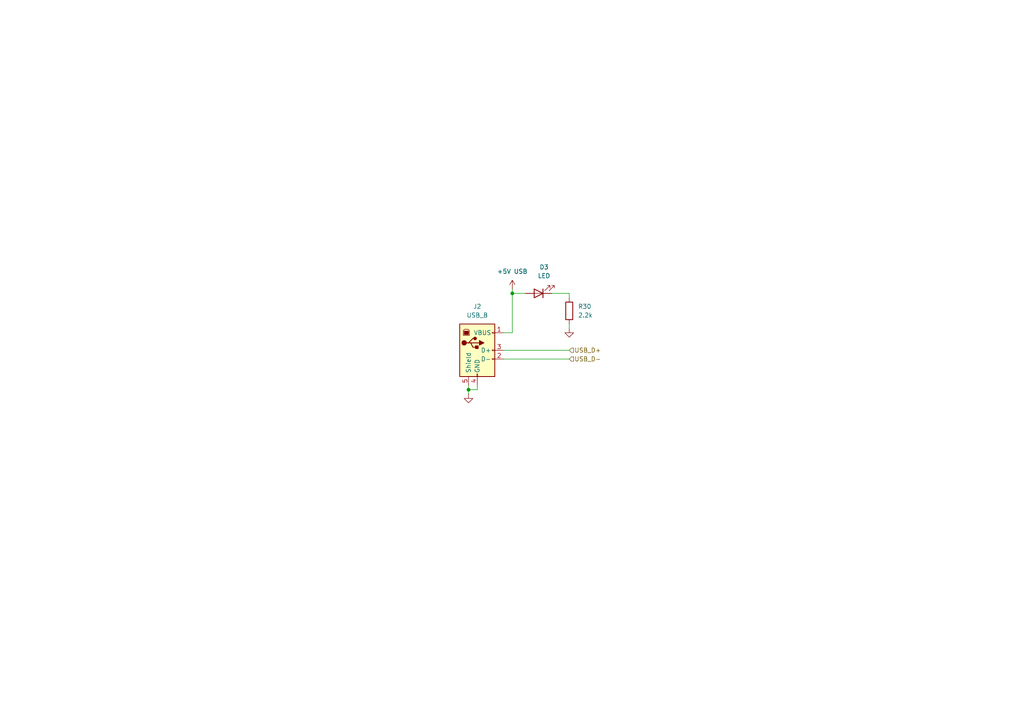
<source format=kicad_sch>
(kicad_sch
	(version 20250114)
	(generator "eeschema")
	(generator_version "9.0")
	(uuid "ee1b1d6a-7661-470c-b2c8-5ac5a797df2b")
	(paper "A4")
	(lib_symbols
		(symbol "Connector:USB_B"
			(pin_names
				(offset 1.016)
			)
			(exclude_from_sim no)
			(in_bom yes)
			(on_board yes)
			(property "Reference" "J"
				(at -5.08 11.43 0)
				(effects
					(font
						(size 1.27 1.27)
					)
					(justify left)
				)
			)
			(property "Value" "USB_B"
				(at -5.08 8.89 0)
				(effects
					(font
						(size 1.27 1.27)
					)
					(justify left)
				)
			)
			(property "Footprint" ""
				(at 3.81 -1.27 0)
				(effects
					(font
						(size 1.27 1.27)
					)
					(hide yes)
				)
			)
			(property "Datasheet" "~"
				(at 3.81 -1.27 0)
				(effects
					(font
						(size 1.27 1.27)
					)
					(hide yes)
				)
			)
			(property "Description" "USB Type B connector"
				(at 0 0 0)
				(effects
					(font
						(size 1.27 1.27)
					)
					(hide yes)
				)
			)
			(property "ki_keywords" "connector USB"
				(at 0 0 0)
				(effects
					(font
						(size 1.27 1.27)
					)
					(hide yes)
				)
			)
			(property "ki_fp_filters" "USB*"
				(at 0 0 0)
				(effects
					(font
						(size 1.27 1.27)
					)
					(hide yes)
				)
			)
			(symbol "USB_B_0_1"
				(rectangle
					(start -5.08 -7.62)
					(end 5.08 7.62)
					(stroke
						(width 0.254)
						(type default)
					)
					(fill
						(type background)
					)
				)
				(polyline
					(pts
						(xy -4.064 4.318) (xy -2.286 4.318) (xy -2.286 5.715) (xy -2.667 6.096) (xy -3.683 6.096) (xy -4.064 5.715)
						(xy -4.064 4.318)
					)
					(stroke
						(width 0)
						(type default)
					)
					(fill
						(type none)
					)
				)
				(rectangle
					(start -3.81 5.588)
					(end -2.54 4.572)
					(stroke
						(width 0)
						(type default)
					)
					(fill
						(type outline)
					)
				)
				(circle
					(center -3.81 2.159)
					(radius 0.635)
					(stroke
						(width 0.254)
						(type default)
					)
					(fill
						(type outline)
					)
				)
				(polyline
					(pts
						(xy -3.175 2.159) (xy -2.54 2.159) (xy -1.27 3.429) (xy -0.635 3.429)
					)
					(stroke
						(width 0.254)
						(type default)
					)
					(fill
						(type none)
					)
				)
				(polyline
					(pts
						(xy -2.54 2.159) (xy -1.905 2.159) (xy -1.27 0.889) (xy 0 0.889)
					)
					(stroke
						(width 0.254)
						(type default)
					)
					(fill
						(type none)
					)
				)
				(polyline
					(pts
						(xy -1.905 2.159) (xy 0.635 2.159)
					)
					(stroke
						(width 0.254)
						(type default)
					)
					(fill
						(type none)
					)
				)
				(circle
					(center -0.635 3.429)
					(radius 0.381)
					(stroke
						(width 0.254)
						(type default)
					)
					(fill
						(type outline)
					)
				)
				(rectangle
					(start -0.127 -7.62)
					(end 0.127 -6.858)
					(stroke
						(width 0)
						(type default)
					)
					(fill
						(type none)
					)
				)
				(rectangle
					(start 0.254 1.27)
					(end -0.508 0.508)
					(stroke
						(width 0.254)
						(type default)
					)
					(fill
						(type outline)
					)
				)
				(polyline
					(pts
						(xy 0.635 2.794) (xy 0.635 1.524) (xy 1.905 2.159) (xy 0.635 2.794)
					)
					(stroke
						(width 0.254)
						(type default)
					)
					(fill
						(type outline)
					)
				)
				(rectangle
					(start 5.08 4.953)
					(end 4.318 5.207)
					(stroke
						(width 0)
						(type default)
					)
					(fill
						(type none)
					)
				)
				(rectangle
					(start 5.08 -0.127)
					(end 4.318 0.127)
					(stroke
						(width 0)
						(type default)
					)
					(fill
						(type none)
					)
				)
				(rectangle
					(start 5.08 -2.667)
					(end 4.318 -2.413)
					(stroke
						(width 0)
						(type default)
					)
					(fill
						(type none)
					)
				)
			)
			(symbol "USB_B_1_1"
				(pin passive line
					(at -2.54 -10.16 90)
					(length 2.54)
					(name "Shield"
						(effects
							(font
								(size 1.27 1.27)
							)
						)
					)
					(number "5"
						(effects
							(font
								(size 1.27 1.27)
							)
						)
					)
				)
				(pin power_out line
					(at 0 -10.16 90)
					(length 2.54)
					(name "GND"
						(effects
							(font
								(size 1.27 1.27)
							)
						)
					)
					(number "4"
						(effects
							(font
								(size 1.27 1.27)
							)
						)
					)
				)
				(pin power_out line
					(at 7.62 5.08 180)
					(length 2.54)
					(name "VBUS"
						(effects
							(font
								(size 1.27 1.27)
							)
						)
					)
					(number "1"
						(effects
							(font
								(size 1.27 1.27)
							)
						)
					)
				)
				(pin bidirectional line
					(at 7.62 0 180)
					(length 2.54)
					(name "D+"
						(effects
							(font
								(size 1.27 1.27)
							)
						)
					)
					(number "3"
						(effects
							(font
								(size 1.27 1.27)
							)
						)
					)
				)
				(pin bidirectional line
					(at 7.62 -2.54 180)
					(length 2.54)
					(name "D-"
						(effects
							(font
								(size 1.27 1.27)
							)
						)
					)
					(number "2"
						(effects
							(font
								(size 1.27 1.27)
							)
						)
					)
				)
			)
			(embedded_fonts no)
		)
		(symbol "Device:LED"
			(pin_numbers
				(hide yes)
			)
			(pin_names
				(offset 1.016)
				(hide yes)
			)
			(exclude_from_sim no)
			(in_bom yes)
			(on_board yes)
			(property "Reference" "D"
				(at 0 2.54 0)
				(effects
					(font
						(size 1.27 1.27)
					)
				)
			)
			(property "Value" "LED"
				(at 0 -2.54 0)
				(effects
					(font
						(size 1.27 1.27)
					)
				)
			)
			(property "Footprint" ""
				(at 0 0 0)
				(effects
					(font
						(size 1.27 1.27)
					)
					(hide yes)
				)
			)
			(property "Datasheet" "~"
				(at 0 0 0)
				(effects
					(font
						(size 1.27 1.27)
					)
					(hide yes)
				)
			)
			(property "Description" "Light emitting diode"
				(at 0 0 0)
				(effects
					(font
						(size 1.27 1.27)
					)
					(hide yes)
				)
			)
			(property "Sim.Pins" "1=K 2=A"
				(at 0 0 0)
				(effects
					(font
						(size 1.27 1.27)
					)
					(hide yes)
				)
			)
			(property "ki_keywords" "LED diode"
				(at 0 0 0)
				(effects
					(font
						(size 1.27 1.27)
					)
					(hide yes)
				)
			)
			(property "ki_fp_filters" "LED* LED_SMD:* LED_THT:*"
				(at 0 0 0)
				(effects
					(font
						(size 1.27 1.27)
					)
					(hide yes)
				)
			)
			(symbol "LED_0_1"
				(polyline
					(pts
						(xy -3.048 -0.762) (xy -4.572 -2.286) (xy -3.81 -2.286) (xy -4.572 -2.286) (xy -4.572 -1.524)
					)
					(stroke
						(width 0)
						(type default)
					)
					(fill
						(type none)
					)
				)
				(polyline
					(pts
						(xy -1.778 -0.762) (xy -3.302 -2.286) (xy -2.54 -2.286) (xy -3.302 -2.286) (xy -3.302 -1.524)
					)
					(stroke
						(width 0)
						(type default)
					)
					(fill
						(type none)
					)
				)
				(polyline
					(pts
						(xy -1.27 0) (xy 1.27 0)
					)
					(stroke
						(width 0)
						(type default)
					)
					(fill
						(type none)
					)
				)
				(polyline
					(pts
						(xy -1.27 -1.27) (xy -1.27 1.27)
					)
					(stroke
						(width 0.254)
						(type default)
					)
					(fill
						(type none)
					)
				)
				(polyline
					(pts
						(xy 1.27 -1.27) (xy 1.27 1.27) (xy -1.27 0) (xy 1.27 -1.27)
					)
					(stroke
						(width 0.254)
						(type default)
					)
					(fill
						(type none)
					)
				)
			)
			(symbol "LED_1_1"
				(pin passive line
					(at -3.81 0 0)
					(length 2.54)
					(name "K"
						(effects
							(font
								(size 1.27 1.27)
							)
						)
					)
					(number "1"
						(effects
							(font
								(size 1.27 1.27)
							)
						)
					)
				)
				(pin passive line
					(at 3.81 0 180)
					(length 2.54)
					(name "A"
						(effects
							(font
								(size 1.27 1.27)
							)
						)
					)
					(number "2"
						(effects
							(font
								(size 1.27 1.27)
							)
						)
					)
				)
			)
			(embedded_fonts no)
		)
		(symbol "Device:R"
			(pin_numbers
				(hide yes)
			)
			(pin_names
				(offset 0)
			)
			(exclude_from_sim no)
			(in_bom yes)
			(on_board yes)
			(property "Reference" "R"
				(at 2.032 0 90)
				(effects
					(font
						(size 1.27 1.27)
					)
				)
			)
			(property "Value" "R"
				(at 0 0 90)
				(effects
					(font
						(size 1.27 1.27)
					)
				)
			)
			(property "Footprint" ""
				(at -1.778 0 90)
				(effects
					(font
						(size 1.27 1.27)
					)
					(hide yes)
				)
			)
			(property "Datasheet" "~"
				(at 0 0 0)
				(effects
					(font
						(size 1.27 1.27)
					)
					(hide yes)
				)
			)
			(property "Description" "Resistor"
				(at 0 0 0)
				(effects
					(font
						(size 1.27 1.27)
					)
					(hide yes)
				)
			)
			(property "ki_keywords" "R res resistor"
				(at 0 0 0)
				(effects
					(font
						(size 1.27 1.27)
					)
					(hide yes)
				)
			)
			(property "ki_fp_filters" "R_*"
				(at 0 0 0)
				(effects
					(font
						(size 1.27 1.27)
					)
					(hide yes)
				)
			)
			(symbol "R_0_1"
				(rectangle
					(start -1.016 -2.54)
					(end 1.016 2.54)
					(stroke
						(width 0.254)
						(type default)
					)
					(fill
						(type none)
					)
				)
			)
			(symbol "R_1_1"
				(pin passive line
					(at 0 3.81 270)
					(length 1.27)
					(name "~"
						(effects
							(font
								(size 1.27 1.27)
							)
						)
					)
					(number "1"
						(effects
							(font
								(size 1.27 1.27)
							)
						)
					)
				)
				(pin passive line
					(at 0 -3.81 90)
					(length 1.27)
					(name "~"
						(effects
							(font
								(size 1.27 1.27)
							)
						)
					)
					(number "2"
						(effects
							(font
								(size 1.27 1.27)
							)
						)
					)
				)
			)
			(embedded_fonts no)
		)
		(symbol "power:+5V"
			(power)
			(pin_numbers
				(hide yes)
			)
			(pin_names
				(offset 0)
				(hide yes)
			)
			(exclude_from_sim no)
			(in_bom yes)
			(on_board yes)
			(property "Reference" "#PWR"
				(at 0 -3.81 0)
				(effects
					(font
						(size 1.27 1.27)
					)
					(hide yes)
				)
			)
			(property "Value" "+5V"
				(at 0 3.556 0)
				(effects
					(font
						(size 1.27 1.27)
					)
				)
			)
			(property "Footprint" ""
				(at 0 0 0)
				(effects
					(font
						(size 1.27 1.27)
					)
					(hide yes)
				)
			)
			(property "Datasheet" ""
				(at 0 0 0)
				(effects
					(font
						(size 1.27 1.27)
					)
					(hide yes)
				)
			)
			(property "Description" "Power symbol creates a global label with name \"+5V\""
				(at 0 0 0)
				(effects
					(font
						(size 1.27 1.27)
					)
					(hide yes)
				)
			)
			(property "ki_keywords" "global power"
				(at 0 0 0)
				(effects
					(font
						(size 1.27 1.27)
					)
					(hide yes)
				)
			)
			(symbol "+5V_0_1"
				(polyline
					(pts
						(xy -0.762 1.27) (xy 0 2.54)
					)
					(stroke
						(width 0)
						(type default)
					)
					(fill
						(type none)
					)
				)
				(polyline
					(pts
						(xy 0 2.54) (xy 0.762 1.27)
					)
					(stroke
						(width 0)
						(type default)
					)
					(fill
						(type none)
					)
				)
				(polyline
					(pts
						(xy 0 0) (xy 0 2.54)
					)
					(stroke
						(width 0)
						(type default)
					)
					(fill
						(type none)
					)
				)
			)
			(symbol "+5V_1_1"
				(pin power_in line
					(at 0 0 90)
					(length 0)
					(name "~"
						(effects
							(font
								(size 1.27 1.27)
							)
						)
					)
					(number "1"
						(effects
							(font
								(size 1.27 1.27)
							)
						)
					)
				)
			)
			(embedded_fonts no)
		)
		(symbol "power:GND"
			(power)
			(pin_numbers
				(hide yes)
			)
			(pin_names
				(offset 0)
				(hide yes)
			)
			(exclude_from_sim no)
			(in_bom yes)
			(on_board yes)
			(property "Reference" "#PWR"
				(at 0 -6.35 0)
				(effects
					(font
						(size 1.27 1.27)
					)
					(hide yes)
				)
			)
			(property "Value" "GND"
				(at 0 -3.81 0)
				(effects
					(font
						(size 1.27 1.27)
					)
				)
			)
			(property "Footprint" ""
				(at 0 0 0)
				(effects
					(font
						(size 1.27 1.27)
					)
					(hide yes)
				)
			)
			(property "Datasheet" ""
				(at 0 0 0)
				(effects
					(font
						(size 1.27 1.27)
					)
					(hide yes)
				)
			)
			(property "Description" "Power symbol creates a global label with name \"GND\" , ground"
				(at 0 0 0)
				(effects
					(font
						(size 1.27 1.27)
					)
					(hide yes)
				)
			)
			(property "ki_keywords" "global power"
				(at 0 0 0)
				(effects
					(font
						(size 1.27 1.27)
					)
					(hide yes)
				)
			)
			(symbol "GND_0_1"
				(polyline
					(pts
						(xy 0 0) (xy 0 -1.27) (xy 1.27 -1.27) (xy 0 -2.54) (xy -1.27 -1.27) (xy 0 -1.27)
					)
					(stroke
						(width 0)
						(type default)
					)
					(fill
						(type none)
					)
				)
			)
			(symbol "GND_1_1"
				(pin power_in line
					(at 0 0 270)
					(length 0)
					(name "~"
						(effects
							(font
								(size 1.27 1.27)
							)
						)
					)
					(number "1"
						(effects
							(font
								(size 1.27 1.27)
							)
						)
					)
				)
			)
			(embedded_fonts no)
		)
	)
	(junction
		(at 135.89 113.03)
		(diameter 0)
		(color 0 0 0 0)
		(uuid "d34544ca-b3b3-4d14-81c7-1ad9fd65970a")
	)
	(junction
		(at 148.59 85.09)
		(diameter 0)
		(color 0 0 0 0)
		(uuid "e9747be4-59cb-45f6-a82d-3ea5c84f8585")
	)
	(wire
		(pts
			(xy 165.1 93.98) (xy 165.1 95.25)
		)
		(stroke
			(width 0)
			(type default)
		)
		(uuid "0d2e1e51-a70a-421d-9ff3-141412784001")
	)
	(wire
		(pts
			(xy 135.89 113.03) (xy 135.89 114.3)
		)
		(stroke
			(width 0)
			(type default)
		)
		(uuid "24a4f1b1-1be8-42ee-b0b1-e7817f4db580")
	)
	(wire
		(pts
			(xy 135.89 111.76) (xy 135.89 113.03)
		)
		(stroke
			(width 0)
			(type default)
		)
		(uuid "4029d3e8-379c-432b-8691-f25ba62b35ea")
	)
	(wire
		(pts
			(xy 148.59 96.52) (xy 148.59 85.09)
		)
		(stroke
			(width 0)
			(type default)
		)
		(uuid "45cfa00b-6180-45f4-9340-fd6254689d6c")
	)
	(wire
		(pts
			(xy 160.02 85.09) (xy 165.1 85.09)
		)
		(stroke
			(width 0)
			(type default)
		)
		(uuid "6345348f-df59-4b35-8bfb-59665a7ebe38")
	)
	(wire
		(pts
			(xy 165.1 86.36) (xy 165.1 85.09)
		)
		(stroke
			(width 0)
			(type default)
		)
		(uuid "85e37e45-f912-4e8a-95cb-b99dd3108457")
	)
	(wire
		(pts
			(xy 146.05 104.14) (xy 165.1 104.14)
		)
		(stroke
			(width 0)
			(type default)
		)
		(uuid "88c8b39d-9fe9-4363-8b8a-69ee7ec55461")
	)
	(wire
		(pts
			(xy 148.59 85.09) (xy 152.4 85.09)
		)
		(stroke
			(width 0)
			(type default)
		)
		(uuid "912dbc54-3e98-421b-ba04-c50238515427")
	)
	(wire
		(pts
			(xy 138.43 111.76) (xy 138.43 113.03)
		)
		(stroke
			(width 0)
			(type default)
		)
		(uuid "94f930bc-0ce2-4699-89c5-ececfd9d05a0")
	)
	(wire
		(pts
			(xy 146.05 96.52) (xy 148.59 96.52)
		)
		(stroke
			(width 0)
			(type default)
		)
		(uuid "95f5869a-50ee-4bd5-9e61-2fd3dd8701a1")
	)
	(wire
		(pts
			(xy 146.05 101.6) (xy 165.1 101.6)
		)
		(stroke
			(width 0)
			(type default)
		)
		(uuid "d586701f-a199-4001-88ce-60b8cfc6a5f5")
	)
	(wire
		(pts
			(xy 148.59 85.09) (xy 148.59 83.82)
		)
		(stroke
			(width 0)
			(type default)
		)
		(uuid "d7ee0028-f283-4463-ba9f-3584fd9ce457")
	)
	(wire
		(pts
			(xy 138.43 113.03) (xy 135.89 113.03)
		)
		(stroke
			(width 0)
			(type default)
		)
		(uuid "dad9db24-6d01-4757-9031-936b5abee6d6")
	)
	(hierarchical_label "USB_D+"
		(shape input)
		(at 165.1 101.6 0)
		(effects
			(font
				(size 1.27 1.27)
			)
			(justify left)
		)
		(uuid "624152bd-2303-4964-9266-dcd3189a9535")
	)
	(hierarchical_label "USB_D-"
		(shape input)
		(at 165.1 104.14 0)
		(effects
			(font
				(size 1.27 1.27)
			)
			(justify left)
		)
		(uuid "dd386f32-34fc-4fe3-9301-36d911f07862")
	)
	(symbol
		(lib_id "power:+5V")
		(at 148.59 83.82 0)
		(unit 1)
		(exclude_from_sim no)
		(in_bom yes)
		(on_board yes)
		(dnp no)
		(fields_autoplaced yes)
		(uuid "04e7f3b9-12a7-46e4-85e9-608fc1bd81e1")
		(property "Reference" "#PWR019"
			(at 148.59 87.63 0)
			(effects
				(font
					(size 1.27 1.27)
				)
				(hide yes)
			)
		)
		(property "Value" "+5V USB"
			(at 148.59 78.74 0)
			(effects
				(font
					(size 1.27 1.27)
				)
			)
		)
		(property "Footprint" ""
			(at 148.59 83.82 0)
			(effects
				(font
					(size 1.27 1.27)
				)
				(hide yes)
			)
		)
		(property "Datasheet" ""
			(at 148.59 83.82 0)
			(effects
				(font
					(size 1.27 1.27)
				)
				(hide yes)
			)
		)
		(property "Description" "Power symbol creates a global label with name \"+5V\""
			(at 148.59 83.82 0)
			(effects
				(font
					(size 1.27 1.27)
				)
				(hide yes)
			)
		)
		(pin "1"
			(uuid "f0d27d7b-8759-4e85-9fa4-b1b6e4df50aa")
		)
		(instances
			(project ""
				(path "/3b2348ba-8b31-4b25-9d4d-64f66293ce1c/a3f40476-062f-4b6e-a13e-70e6b38ff0d9"
					(reference "#PWR019")
					(unit 1)
				)
			)
		)
	)
	(symbol
		(lib_id "Connector:USB_B")
		(at 138.43 101.6 0)
		(unit 1)
		(exclude_from_sim no)
		(in_bom yes)
		(on_board yes)
		(dnp no)
		(fields_autoplaced yes)
		(uuid "1be2bd7a-307a-4edf-bab3-f4f7b30a343e")
		(property "Reference" "J2"
			(at 138.43 88.9 0)
			(effects
				(font
					(size 1.27 1.27)
				)
			)
		)
		(property "Value" "USB_B"
			(at 138.43 91.44 0)
			(effects
				(font
					(size 1.27 1.27)
				)
			)
		)
		(property "Footprint" "Connector_USB:USB_B_TE_5787834_Vertical"
			(at 142.24 102.87 0)
			(effects
				(font
					(size 1.27 1.27)
				)
				(hide yes)
			)
		)
		(property "Datasheet" "~"
			(at 142.24 102.87 0)
			(effects
				(font
					(size 1.27 1.27)
				)
				(hide yes)
			)
		)
		(property "Description" "USB Type B connector"
			(at 138.43 101.6 0)
			(effects
				(font
					(size 1.27 1.27)
				)
				(hide yes)
			)
		)
		(pin "4"
			(uuid "9267c8c0-92fa-4eb6-8001-1f60a7aa54e8")
		)
		(pin "2"
			(uuid "20e069b9-4d1e-479b-8589-5ff15d8d7cc6")
		)
		(pin "5"
			(uuid "7056a15d-f0f2-4a6c-8920-09df5768956f")
		)
		(pin "1"
			(uuid "8445f8ba-8acb-4d71-8fdd-0fcee5237904")
		)
		(pin "3"
			(uuid "285b4703-afc3-42a4-ae3a-be5ebf4dacdb")
		)
		(instances
			(project "Fan_Eve_V1.0"
				(path "/3b2348ba-8b31-4b25-9d4d-64f66293ce1c/a3f40476-062f-4b6e-a13e-70e6b38ff0d9"
					(reference "J2")
					(unit 1)
				)
			)
		)
	)
	(symbol
		(lib_id "Device:LED")
		(at 156.21 85.09 180)
		(unit 1)
		(exclude_from_sim no)
		(in_bom yes)
		(on_board yes)
		(dnp no)
		(fields_autoplaced yes)
		(uuid "6bb1559e-c123-4210-b015-868a62dfe008")
		(property "Reference" "D3"
			(at 157.7975 77.47 0)
			(effects
				(font
					(size 1.27 1.27)
				)
			)
		)
		(property "Value" "LED"
			(at 157.7975 80.01 0)
			(effects
				(font
					(size 1.27 1.27)
				)
			)
		)
		(property "Footprint" "LED_SMD:LED_0603_1608Metric"
			(at 156.21 85.09 0)
			(effects
				(font
					(size 1.27 1.27)
				)
				(hide yes)
			)
		)
		(property "Datasheet" "~"
			(at 156.21 85.09 0)
			(effects
				(font
					(size 1.27 1.27)
				)
				(hide yes)
			)
		)
		(property "Description" "Light emitting diode"
			(at 156.21 85.09 0)
			(effects
				(font
					(size 1.27 1.27)
				)
				(hide yes)
			)
		)
		(property "Sim.Pins" "1=K 2=A"
			(at 156.21 85.09 0)
			(effects
				(font
					(size 1.27 1.27)
				)
				(hide yes)
			)
		)
		(pin "1"
			(uuid "3f9e9dad-401d-453d-bcec-049e2530342c")
		)
		(pin "2"
			(uuid "c0d3d183-57db-492b-b5bc-be1a97a54498")
		)
		(instances
			(project ""
				(path "/3b2348ba-8b31-4b25-9d4d-64f66293ce1c/a3f40476-062f-4b6e-a13e-70e6b38ff0d9"
					(reference "D3")
					(unit 1)
				)
			)
		)
	)
	(symbol
		(lib_id "power:GND")
		(at 165.1 95.25 0)
		(unit 1)
		(exclude_from_sim no)
		(in_bom yes)
		(on_board yes)
		(dnp no)
		(fields_autoplaced yes)
		(uuid "f1588f62-f030-47e2-9e4a-3ea435655b76")
		(property "Reference" "#PWR020"
			(at 165.1 101.6 0)
			(effects
				(font
					(size 1.27 1.27)
				)
				(hide yes)
			)
		)
		(property "Value" "GND"
			(at 165.1 100.33 0)
			(effects
				(font
					(size 1.27 1.27)
				)
				(hide yes)
			)
		)
		(property "Footprint" ""
			(at 165.1 95.25 0)
			(effects
				(font
					(size 1.27 1.27)
				)
				(hide yes)
			)
		)
		(property "Datasheet" ""
			(at 165.1 95.25 0)
			(effects
				(font
					(size 1.27 1.27)
				)
				(hide yes)
			)
		)
		(property "Description" "Power symbol creates a global label with name \"GND\" , ground"
			(at 165.1 95.25 0)
			(effects
				(font
					(size 1.27 1.27)
				)
				(hide yes)
			)
		)
		(pin "1"
			(uuid "d7d37d77-4a8b-43fd-a044-bd29445f6abc")
		)
		(instances
			(project "Fan_Eve_V1.0"
				(path "/3b2348ba-8b31-4b25-9d4d-64f66293ce1c/a3f40476-062f-4b6e-a13e-70e6b38ff0d9"
					(reference "#PWR020")
					(unit 1)
				)
			)
		)
	)
	(symbol
		(lib_id "Device:R")
		(at 165.1 90.17 0)
		(unit 1)
		(exclude_from_sim no)
		(in_bom yes)
		(on_board yes)
		(dnp no)
		(fields_autoplaced yes)
		(uuid "f50a6daa-776d-4337-9681-634c439b132b")
		(property "Reference" "R30"
			(at 167.64 88.8999 0)
			(effects
				(font
					(size 1.27 1.27)
				)
				(justify left)
			)
		)
		(property "Value" "2.2k"
			(at 167.64 91.4399 0)
			(effects
				(font
					(size 1.27 1.27)
				)
				(justify left)
			)
		)
		(property "Footprint" "Resistor_SMD:R_0402_1005Metric"
			(at 163.322 90.17 90)
			(effects
				(font
					(size 1.27 1.27)
				)
				(hide yes)
			)
		)
		(property "Datasheet" "~"
			(at 165.1 90.17 0)
			(effects
				(font
					(size 1.27 1.27)
				)
				(hide yes)
			)
		)
		(property "Description" "Resistor"
			(at 165.1 90.17 0)
			(effects
				(font
					(size 1.27 1.27)
				)
				(hide yes)
			)
		)
		(pin "1"
			(uuid "c6047c50-5c69-4069-936b-b6e75d17a2d9")
		)
		(pin "2"
			(uuid "10f69b57-86ac-4707-95d5-ccf684825ae2")
		)
		(instances
			(project ""
				(path "/3b2348ba-8b31-4b25-9d4d-64f66293ce1c/a3f40476-062f-4b6e-a13e-70e6b38ff0d9"
					(reference "R30")
					(unit 1)
				)
			)
		)
	)
	(symbol
		(lib_id "power:GND")
		(at 135.89 114.3 0)
		(unit 1)
		(exclude_from_sim no)
		(in_bom yes)
		(on_board yes)
		(dnp no)
		(fields_autoplaced yes)
		(uuid "fff5dccc-d445-425e-83ee-f6310b87f555")
		(property "Reference" "#PWR018"
			(at 135.89 120.65 0)
			(effects
				(font
					(size 1.27 1.27)
				)
				(hide yes)
			)
		)
		(property "Value" "GND"
			(at 135.89 119.38 0)
			(effects
				(font
					(size 1.27 1.27)
				)
				(hide yes)
			)
		)
		(property "Footprint" ""
			(at 135.89 114.3 0)
			(effects
				(font
					(size 1.27 1.27)
				)
				(hide yes)
			)
		)
		(property "Datasheet" ""
			(at 135.89 114.3 0)
			(effects
				(font
					(size 1.27 1.27)
				)
				(hide yes)
			)
		)
		(property "Description" "Power symbol creates a global label with name \"GND\" , ground"
			(at 135.89 114.3 0)
			(effects
				(font
					(size 1.27 1.27)
				)
				(hide yes)
			)
		)
		(pin "1"
			(uuid "a434e607-343d-4493-b1f9-b879231c1ca0")
		)
		(instances
			(project ""
				(path "/3b2348ba-8b31-4b25-9d4d-64f66293ce1c/a3f40476-062f-4b6e-a13e-70e6b38ff0d9"
					(reference "#PWR018")
					(unit 1)
				)
			)
		)
	)
)

</source>
